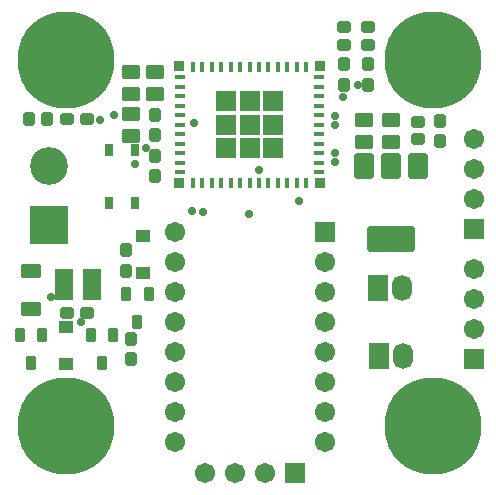
<source format=gts>
G04*
G04 #@! TF.GenerationSoftware,Altium Limited,Altium Designer,20.0.7 (75)*
G04*
G04 Layer_Color=8388736*
%FSLAX44Y44*%
%MOMM*%
G71*
G01*
G75*
%ADD18R,0.7112X0.9906*%
%ADD32R,0.4064X0.8128*%
%ADD33R,0.8128X0.4064*%
G04:AMPARAMS|DCode=34|XSize=1.1032mm|YSize=1.0032mm|CornerRadius=0.1616mm|HoleSize=0mm|Usage=FLASHONLY|Rotation=0.000|XOffset=0mm|YOffset=0mm|HoleType=Round|Shape=RoundedRectangle|*
%AMROUNDEDRECTD34*
21,1,1.1032,0.6800,0,0,0.0*
21,1,0.7800,1.0032,0,0,0.0*
1,1,0.3232,0.3900,-0.3400*
1,1,0.3232,-0.3900,-0.3400*
1,1,0.3232,-0.3900,0.3400*
1,1,0.3232,0.3900,0.3400*
%
%ADD34ROUNDEDRECTD34*%
G04:AMPARAMS|DCode=35|XSize=1.1032mm|YSize=1.0032mm|CornerRadius=0.1616mm|HoleSize=0mm|Usage=FLASHONLY|Rotation=270.000|XOffset=0mm|YOffset=0mm|HoleType=Round|Shape=RoundedRectangle|*
%AMROUNDEDRECTD35*
21,1,1.1032,0.6800,0,0,270.0*
21,1,0.7800,1.0032,0,0,270.0*
1,1,0.3232,-0.3400,-0.3900*
1,1,0.3232,-0.3400,0.3900*
1,1,0.3232,0.3400,0.3900*
1,1,0.3232,0.3400,-0.3900*
%
%ADD35ROUNDEDRECTD35*%
G04:AMPARAMS|DCode=36|XSize=1.0032mm|YSize=1.1032mm|CornerRadius=0.1616mm|HoleSize=0mm|Usage=FLASHONLY|Rotation=0.000|XOffset=0mm|YOffset=0mm|HoleType=Round|Shape=RoundedRectangle|*
%AMROUNDEDRECTD36*
21,1,1.0032,0.7800,0,0,0.0*
21,1,0.6800,1.1032,0,0,0.0*
1,1,0.3232,0.3400,-0.3900*
1,1,0.3232,-0.3400,-0.3900*
1,1,0.3232,-0.3400,0.3900*
1,1,0.3232,0.3400,0.3900*
%
%ADD36ROUNDEDRECTD36*%
%ADD37R,1.5240X0.6350*%
G04:AMPARAMS|DCode=38|XSize=1.2032mm|YSize=1.7032mm|CornerRadius=0.1516mm|HoleSize=0mm|Usage=FLASHONLY|Rotation=270.000|XOffset=0mm|YOffset=0mm|HoleType=Round|Shape=RoundedRectangle|*
%AMROUNDEDRECTD38*
21,1,1.2032,1.4000,0,0,270.0*
21,1,0.9000,1.7032,0,0,270.0*
1,1,0.3032,-0.7000,-0.4500*
1,1,0.3032,-0.7000,0.4500*
1,1,0.3032,0.7000,0.4500*
1,1,0.3032,0.7000,-0.4500*
%
%ADD38ROUNDEDRECTD38*%
G04:AMPARAMS|DCode=39|XSize=0.8032mm|YSize=1.2532mm|CornerRadius=0.1466mm|HoleSize=0mm|Usage=FLASHONLY|Rotation=0.000|XOffset=0mm|YOffset=0mm|HoleType=Round|Shape=RoundedRectangle|*
%AMROUNDEDRECTD39*
21,1,0.8032,0.9600,0,0,0.0*
21,1,0.5100,1.2532,0,0,0.0*
1,1,0.2932,0.2550,-0.4800*
1,1,0.2932,-0.2550,-0.4800*
1,1,0.2932,-0.2550,0.4800*
1,1,0.2932,0.2550,0.4800*
%
%ADD39ROUNDEDRECTD39*%
%ADD40R,1.1532X1.1032*%
G04:AMPARAMS|DCode=41|XSize=1.1532mm|YSize=1.6032mm|CornerRadius=0.1729mm|HoleSize=0mm|Usage=FLASHONLY|Rotation=90.000|XOffset=0mm|YOffset=0mm|HoleType=Round|Shape=RoundedRectangle|*
%AMROUNDEDRECTD41*
21,1,1.1532,1.2575,0,0,90.0*
21,1,0.8075,1.6032,0,0,90.0*
1,1,0.3457,0.6288,0.4037*
1,1,0.3457,0.6288,-0.4037*
1,1,0.3457,-0.6288,-0.4037*
1,1,0.3457,-0.6288,0.4037*
%
%ADD41ROUNDEDRECTD41*%
G04:AMPARAMS|DCode=42|XSize=1.0032mm|YSize=1.1032mm|CornerRadius=0.1616mm|HoleSize=0mm|Usage=FLASHONLY|Rotation=90.000|XOffset=0mm|YOffset=0mm|HoleType=Round|Shape=RoundedRectangle|*
%AMROUNDEDRECTD42*
21,1,1.0032,0.7800,0,0,90.0*
21,1,0.6800,1.1032,0,0,90.0*
1,1,0.3232,0.3900,0.3400*
1,1,0.3232,0.3900,-0.3400*
1,1,0.3232,-0.3900,-0.3400*
1,1,0.3232,-0.3900,0.3400*
%
%ADD42ROUNDEDRECTD42*%
G04:AMPARAMS|DCode=43|XSize=1.7032mm|YSize=2.2032mm|CornerRadius=0.2891mm|HoleSize=0mm|Usage=FLASHONLY|Rotation=180.000|XOffset=0mm|YOffset=0mm|HoleType=Round|Shape=RoundedRectangle|*
%AMROUNDEDRECTD43*
21,1,1.7032,1.6250,0,0,180.0*
21,1,1.1250,2.2032,0,0,180.0*
1,1,0.5782,-0.5625,0.8125*
1,1,0.5782,0.5625,0.8125*
1,1,0.5782,0.5625,-0.8125*
1,1,0.5782,-0.5625,-0.8125*
%
%ADD43ROUNDEDRECTD43*%
G04:AMPARAMS|DCode=44|XSize=4.0032mm|YSize=2.2032mm|CornerRadius=0.1516mm|HoleSize=0mm|Usage=FLASHONLY|Rotation=180.000|XOffset=0mm|YOffset=0mm|HoleType=Round|Shape=RoundedRectangle|*
%AMROUNDEDRECTD44*
21,1,4.0032,1.9000,0,0,180.0*
21,1,3.7000,2.2032,0,0,180.0*
1,1,0.3032,-1.8500,0.9500*
1,1,0.3032,1.8500,0.9500*
1,1,0.3032,1.8500,-0.9500*
1,1,0.3032,-1.8500,-0.9500*
%
%ADD44ROUNDEDRECTD44*%
%ADD45R,1.6510X1.6510*%
%ADD46R,0.9144X0.9144*%
%ADD47C,1.7032*%
%ADD48R,1.7032X1.7032*%
%ADD49C,3.2032*%
%ADD50R,3.2032X3.2032*%
%ADD51R,1.7032X1.7032*%
%ADD52R,1.7032X2.2032*%
%ADD53O,1.7032X2.2032*%
%ADD54C,8.2032*%
%ADD55C,0.7032*%
D18*
X-97250Y78500D02*
D03*
Y33500D02*
D03*
X-118750Y78500D02*
D03*
Y33500D02*
D03*
D32*
X-48000Y149000D02*
D03*
X-40000D02*
D03*
X-32000D02*
D03*
X-24000D02*
D03*
X-16000D02*
D03*
X-8000D02*
D03*
X0D02*
D03*
X8000D02*
D03*
X16000D02*
D03*
X24000D02*
D03*
X32000D02*
D03*
X40000D02*
D03*
X48000D02*
D03*
X48000Y51000D02*
D03*
X40000D02*
D03*
X32000D02*
D03*
X24000D02*
D03*
X16000D02*
D03*
X8000D02*
D03*
X0D02*
D03*
X-8000D02*
D03*
X-16000D02*
D03*
X-24000D02*
D03*
X-32000D02*
D03*
X-40000D02*
D03*
X-48000D02*
D03*
D33*
X59000Y140000D02*
D03*
Y132000D02*
D03*
Y124000D02*
D03*
Y116000D02*
D03*
Y108000D02*
D03*
Y100000D02*
D03*
Y92000D02*
D03*
Y84000D02*
D03*
Y76000D02*
D03*
Y68000D02*
D03*
Y60000D02*
D03*
X-59000D02*
D03*
Y68000D02*
D03*
Y76000D02*
D03*
Y84000D02*
D03*
Y92000D02*
D03*
Y100000D02*
D03*
Y108000D02*
D03*
Y116000D02*
D03*
Y124000D02*
D03*
Y132000D02*
D03*
Y140000D02*
D03*
D34*
X-137500Y105000D02*
D03*
X-154500D02*
D03*
X-137500Y-59000D02*
D03*
X-154500D02*
D03*
D35*
X-105000Y-23500D02*
D03*
Y-6500D02*
D03*
X-100000Y-81500D02*
D03*
Y-98500D02*
D03*
X-80000Y73500D02*
D03*
Y56500D02*
D03*
Y108500D02*
D03*
Y91500D02*
D03*
X100000Y151000D02*
D03*
Y134000D02*
D03*
X161000Y103500D02*
D03*
Y86500D02*
D03*
X80000Y134000D02*
D03*
Y151000D02*
D03*
D36*
X-186500Y105000D02*
D03*
X-171500D02*
D03*
D37*
X-133062Y-25250D02*
D03*
Y-31750D02*
D03*
Y-38250D02*
D03*
Y-44750D02*
D03*
X-156938D02*
D03*
Y-38250D02*
D03*
Y-31750D02*
D03*
Y-25250D02*
D03*
D38*
X-185000Y-56000D02*
D03*
Y-24000D02*
D03*
D39*
X-185000Y-101850D02*
D03*
X-194500Y-78150D02*
D03*
X-175500D02*
D03*
X-125000Y-101850D02*
D03*
X-134500Y-78150D02*
D03*
X-115500D02*
D03*
X-95000Y-66850D02*
D03*
X-104500Y-43150D02*
D03*
X-85500D02*
D03*
D40*
X-155000Y-102750D02*
D03*
Y-71250D02*
D03*
X-90000Y-25750D02*
D03*
Y5750D02*
D03*
D41*
X-100000Y90750D02*
D03*
Y109250D02*
D03*
X-80000Y144250D02*
D03*
Y125750D02*
D03*
X-100000Y144250D02*
D03*
Y125750D02*
D03*
X120000Y104250D02*
D03*
Y85750D02*
D03*
X97000Y104250D02*
D03*
Y85750D02*
D03*
D42*
X100000Y167500D02*
D03*
Y182500D02*
D03*
X80000Y167500D02*
D03*
Y182500D02*
D03*
X143000Y102500D02*
D03*
Y87500D02*
D03*
D43*
X97000Y65000D02*
D03*
X143000D02*
D03*
X120000D02*
D03*
D44*
Y3000D02*
D03*
D45*
X0Y119750D02*
D03*
X-19750D02*
D03*
Y100000D02*
D03*
Y80250D02*
D03*
X0D02*
D03*
X19750D02*
D03*
Y100000D02*
D03*
Y119750D02*
D03*
X0Y100000D02*
D03*
D46*
X-59500Y149500D02*
D03*
Y50500D02*
D03*
X59500D02*
D03*
Y149500D02*
D03*
D47*
X12700Y-195000D02*
D03*
X-12700Y-195000D02*
D03*
X-38100D02*
D03*
X-63500Y8900D02*
D03*
Y-16500D02*
D03*
Y-41900D02*
D03*
Y-67300D02*
D03*
Y-92700D02*
D03*
Y-118100D02*
D03*
Y-143500D02*
D03*
Y-168900D02*
D03*
X63500D02*
D03*
Y-143500D02*
D03*
Y-118100D02*
D03*
Y-67300D02*
D03*
Y-41900D02*
D03*
X63500Y-16501D02*
D03*
X63500Y-92700D02*
D03*
X190000Y-72700D02*
D03*
X190000Y-47300D02*
D03*
Y-21900D02*
D03*
X190000Y37300D02*
D03*
X190000Y62700D02*
D03*
Y88100D02*
D03*
D48*
X38100Y-195000D02*
D03*
D49*
X-170000Y65000D02*
D03*
D50*
Y15000D02*
D03*
D51*
X63500Y8899D02*
D03*
X190000Y-98100D02*
D03*
Y11900D02*
D03*
D52*
X110000Y-96000D02*
D03*
X109000Y-38000D02*
D03*
D53*
X130000Y-96000D02*
D03*
X129000Y-38000D02*
D03*
D54*
X-155000Y155000D02*
D03*
X155000D02*
D03*
X-155000Y-155000D02*
D03*
X155000D02*
D03*
D55*
X-97000Y67000D02*
D03*
X-142304Y-67384D02*
D03*
X72250Y76230D02*
D03*
X72323Y68056D02*
D03*
X-126750Y104250D02*
D03*
X-88000Y80250D02*
D03*
X-114750Y108000D02*
D03*
X-167750Y-46250D02*
D03*
X-48750Y27040D02*
D03*
X42000Y35000D02*
D03*
X8250Y61500D02*
D03*
X79000Y123250D02*
D03*
X91750Y133250D02*
D03*
X-46750Y101250D02*
D03*
X72750Y99500D02*
D03*
Y107500D02*
D03*
X-39252Y26001D02*
D03*
X-479Y24521D02*
D03*
M02*

</source>
